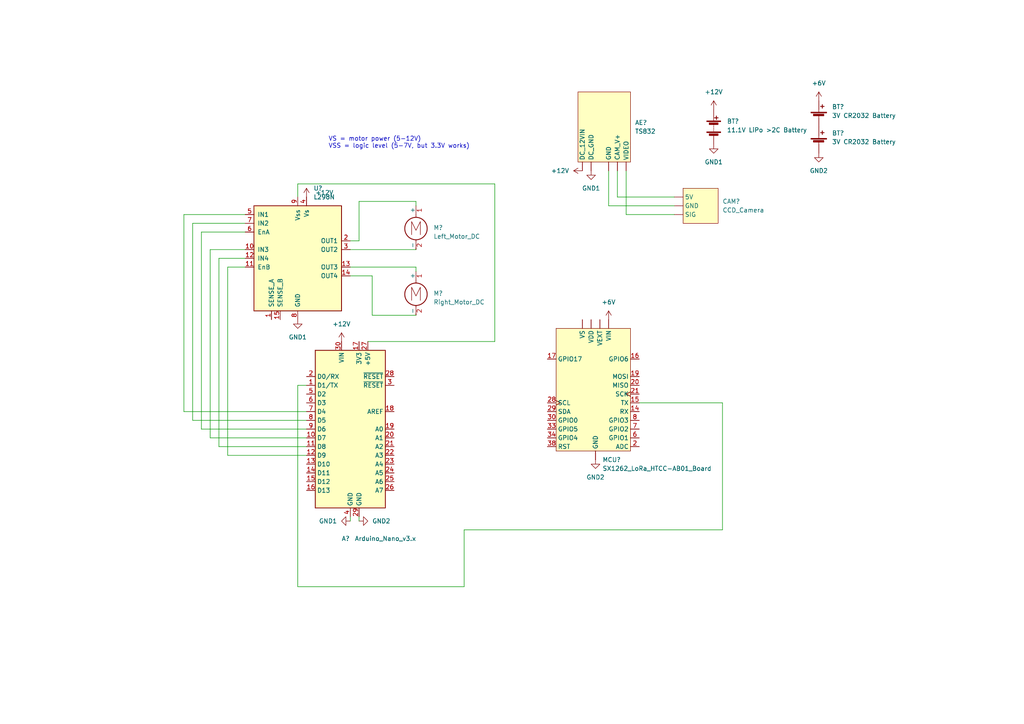
<source format=kicad_sch>
(kicad_sch (version 20211123) (generator eeschema)
  (paper "A4")
  (title_block (title "Blimp Schematic") (date "2023-07-17") (rev "0.1"))
  (lib_symbols
    (symbol "0_BlimpLib:CCD_Camera"
      (property "Reference" "CAM" (at 7.62 3.81 0))
      (property "Value" "CCD_Camera" (at 0 6.35 0))
      (symbol "CCD_Camera_0_1"
        (rectangle (start -5.08 5.08) (end 5.08 -5.08) (fill (type background)))
      )
      (symbol "CCD_Camera_1_1"
        (pin power_out line (at -2.54 -7.62 90) (length 2.54) (name "5V") (number ""))
        (pin power_in line (at 0 -7.62 90) (length 2.54) (name "GND") (number ""))
        (pin output line (at 2.54 -7.62 90) (length 2.54) (name "SIG") (number ""))
      )
    )
    (symbol "0_BlimpLib:SX1262_LoRa_HTCC-AB01_Board"
      (property "Reference" "MCU" (at -1.27 -2.54 0))
      (property "Value" "SX1262_LoRa_HTCC-AB01_Board" (at -1.27 41.91 0))
      (symbol "SX1262_LoRa_HTCC-AB01_Board_0_1"
        (rectangle (start -11.43 17.78) (end 10.16 -17.78) (fill (type background)))
      )
      (symbol "SX1262_LoRa_HTCC-AB01_Board_1_1"
        (pin power_in line (at 0 -20.32 90) (length 2.54) (name "GND") (number ""))
        (pin power_out line (at -1.27 20.32 270) (length 2.54) (name "VDD") (number ""))
        (pin unspecified line (at 1.27 20.32 270) (length 2.54) (name "VEXT") (number ""))
        (pin bidirectional line (at 3.81 20.32 270) (length 2.54) (name "VIN") (number ""))
        (pin power_in line (at -3.81 20.32 270) (length 2.54) (name "VS") (number ""))
        (pin input line (at 12.7 -6.35 180) (length 2.54) (name "RX") (number "14"))
        (pin output line (at 12.7 -3.81 180) (length 2.54) (name "TX") (number "15"))
        (pin bidirectional line (at 12.7 8.89 180) (length 2.54) (name "GPIO6") (number "16"))
        (pin bidirectional line (at -13.97 8.89 0) (length 2.54) (name "GPIO17") (number "17"))
        (pin output line (at 12.7 3.81 180) (length 2.54) (name "MOSI") (number "19"))
        (pin bidirectional line (at 12.7 -16.51 180) (length 2.54) (name "ADC") (number "2"))
        (pin input line (at 12.7 1.27 180) (length 2.54) (name "MISO") (number "20"))
        (pin output clock (at 12.7 -1.27 180) (length 2.54) (name "SCK") (number "21"))
        (pin output clock (at -13.97 -3.81 0) (length 2.54) (name "SCL") (number "28"))
        (pin bidirectional line (at -13.97 -6.35 0) (length 2.54) (name "SDA") (number "29"))
        (pin bidirectional line (at -13.97 -8.89 0) (length 2.54) (name "GPIO0") (number "30"))
        (pin bidirectional line (at -13.97 -11.43 0) (length 2.54) (name "GPIO5") (number "33"))
        (pin bidirectional line (at -13.97 -13.97 0) (length 2.54) (name "GPIO4") (number "34"))
        (pin open_collector line (at -13.97 -16.51 0) (length 2.54) (name "RST") (number "38"))
        (pin bidirectional line (at 12.7 -13.97 180) (length 2.54) (name "GPIO1") (number "6"))
        (pin bidirectional line (at 12.7 -11.43 180) (length 2.54) (name "GPIO2") (number "7"))
        (pin bidirectional line (at 12.7 -8.89 180) (length 2.54) (name "GPIO3") (number "8"))
      )
    )
    (symbol "0_BlimpLib:TS832"
      (property "Reference" "AE" (at 0 3.81 0))
      (property "Value" "TS832" (at 0 7.62 0))
      (symbol "TS832_0_1"
        (rectangle (start 7.62 10.16) (end -7.62 -10.16) (fill (type background)))
      )
      (symbol "TS832_1_1"
        (pin power_out line (at 3.81 -12.7 90) (length 2.54) (name "CAM_V+") (number ""))
        (pin power_in line (at -6.35 -12.7 90) (length 2.54) (name "DC_12VIN") (number ""))
        (pin power_out line (at -3.81 -12.7 90) (length 2.54) (name "DC_GND") (number ""))
        (pin power_in line (at 1.27 -12.7 90) (length 2.54) (name "GND") (number ""))
        (pin output line (at 6.35 -12.7 90) (length 2.54) (name "VIDEO") (number ""))
      )
    )
    (symbol "Device:Battery" (pin_numbers hide) (pin_names (offset 0) hide)
      (property "Reference" "BT" (at 2.54 2.54 0))
      (property "Value" "Battery" (at 2.54 0 0))
      (symbol "Battery_0_1"
        (rectangle (start -2.032 -1.397) (end 2.032 -1.651) (fill (type outline)))
        (rectangle (start -2.032 1.778) (end 2.032 1.524) (fill (type outline)))
        (rectangle (start -1.3208 -1.9812) (end 1.27 -2.4892) (fill (type outline)))
        (rectangle (start -1.3208 1.1938) (end 1.27 0.6858) (fill (type outline)))
        (polyline (pts (xy 0 -1.524) (xy 0 -1.27)))
        (polyline (pts (xy 0 -1.016) (xy 0 -0.762)))
        (polyline (pts (xy 0 -0.508) (xy 0 -0.254)))
        (polyline (pts (xy 0 0) (xy 0 0.254)))
        (polyline (pts (xy 0 0.508) (xy 0 0.762)))
        (polyline (pts (xy 0 1.778) (xy 0 2.54)))
        (polyline (pts (xy 0.254 2.667) (xy 1.27 2.667)) (stroke (width 0.254)))
        (polyline (pts (xy 0.762 3.175) (xy 0.762 2.159)) (stroke (width 0.254)))
      )
      (symbol "Battery_1_1"
        (pin passive line (at 0 5.08 270) (length 2.54) (name "+") (number "1"))
        (pin passive line (at 0 -5.08 90) (length 2.54) (name "-") (number "2"))
      )
    )
    (symbol "Device:Battery_Cell" (pin_numbers hide) (pin_names (offset 0) hide)
      (property "Reference" "BT" (at 2.54 2.54 0))
      (property "Value" "Battery_Cell" (at 2.54 0 0))
      (symbol "Battery_Cell_0_1"
        (rectangle (start -2.286 1.778) (end 2.286 1.524) (fill (type outline)))
        (rectangle (start -1.5748 1.1938) (end 1.4732 0.6858) (fill (type outline)))
        (polyline (pts (xy 0 0.762) (xy 0 0)))
        (polyline (pts (xy 0 1.778) (xy 0 2.54)))
        (polyline (pts (xy 0.508 3.429) (xy 1.524 3.429)) (stroke (width 0.254)))
        (polyline (pts (xy 1.016 3.937) (xy 1.016 2.921)) (stroke (width 0.254)))
      )
      (symbol "Battery_Cell_1_1"
        (pin passive line (at 0 5.08 270) (length 2.54) (name "+") (number "1"))
        (pin passive line (at 0 -2.54 90) (length 2.54) (name "-") (number "2"))
      )
    )
    (symbol "Driver_Motor:L298N" (pin_names (offset 1.016))
      (property "Reference" "U" (at -10.16 16.51 0))
      (property "Value" "L298N" (at 12.7 16.51 0))
      (symbol "L298N_0_1"
        (rectangle (start -12.7 15.24) (end 12.7 -15.24) (stroke (width 0.254)) (fill (type background)))
      )
      (symbol "L298N_1_1"
        (pin power_in line (at -7.62 -17.78 90) (length 2.54) (name "SENSE_A") (number "1"))
        (pin input line (at -15.24 2.54 0) (length 2.54) (name "IN3") (number "10"))
        (pin input line (at -15.24 -2.54 0) (length 2.54) (name "EnB") (number "11"))
        (pin input line (at -15.24 0 0) (length 2.54) (name "IN4") (number "12"))
        (pin output line (at 15.24 -2.54 180) (length 2.54) (name "OUT3") (number "13"))
        (pin output line (at 15.24 -5.08 180) (length 2.54) (name "OUT4") (number "14"))
        (pin power_in line (at -5.08 -17.78 90) (length 2.54) (name "SENSE_B") (number "15"))
        (pin output line (at 15.24 5.08 180) (length 2.54) (name "OUT1") (number "2"))
        (pin output line (at 15.24 2.54 180) (length 2.54) (name "OUT2") (number "3"))
        (pin power_in line (at 2.54 17.78 270) (length 2.54) (name "Vs") (number "4"))
        (pin input line (at -15.24 12.7 0) (length 2.54) (name "IN1") (number "5"))
        (pin input line (at -15.24 7.62 0) (length 2.54) (name "EnA") (number "6"))
        (pin input line (at -15.24 10.16 0) (length 2.54) (name "IN2") (number "7"))
        (pin power_in line (at 0 -17.78 90) (length 2.54) (name "GND") (number "8"))
        (pin power_in line (at 0 17.78 270) (length 2.54) (name "Vss") (number "9"))
      )
    )
    (symbol "MCU_Module:Arduino_Nano_v3.x"
      (property "Reference" "A" (at -10.16 23.495 0))
      (property "Value" "Arduino_Nano_v3.x" (at 5.08 -24.13 0))
      (symbol "Arduino_Nano_v3.x_0_1"
        (rectangle (start -10.16 22.86) (end 10.16 -22.86) (stroke (width 0.254)) (fill (type background)))
      )
      (symbol "Arduino_Nano_v3.x_1_1"
        (pin bidirectional line (at -12.7 12.7 0) (length 2.54) (name "D1/TX") (number "1"))
        (pin bidirectional line (at -12.7 -2.54 0) (length 2.54) (name "D7") (number "10"))
        (pin bidirectional line (at -12.7 -5.08 0) (length 2.54) (name "D8") (number "11"))
        (pin bidirectional line (at -12.7 -7.62 0) (length 2.54) (name "D9") (number "12"))
        (pin bidirectional line (at -12.7 -10.16 0) (length 2.54) (name "D10") (number "13"))
        (pin bidirectional line (at -12.7 -12.7 0) (length 2.54) (name "D11") (number "14"))
        (pin bidirectional line (at -12.7 -15.24 0) (length 2.54) (name "D12") (number "15"))
        (pin bidirectional line (at -12.7 -17.78 0) (length 2.54) (name "D13") (number "16"))
        (pin power_out line (at 2.54 25.4 270) (length 2.54) (name "3V3") (number "17"))
        (pin input line (at 12.7 5.08 180) (length 2.54) (name "AREF") (number "18"))
        (pin bidirectional line (at 12.7 0 180) (length 2.54) (name "A0") (number "19"))
        (pin bidirectional line (at -12.7 15.24 0) (length 2.54) (name "D0/RX") (number "2"))
        (pin bidirectional line (at 12.7 -2.54 180) (length 2.54) (name "A1") (number "20"))
        (pin bidirectional line (at 12.7 -5.08 180) (length 2.54) (name "A2") (number "21"))
        (pin bidirectional line (at 12.7 -7.62 180) (length 2.54) (name "A3") (number "22"))
        (pin bidirectional line (at 12.7 -10.16 180) (length 2.54) (name "A4") (number "23"))
        (pin bidirectional line (at 12.7 -12.7 180) (length 2.54) (name "A5") (number "24"))
        (pin bidirectional line (at 12.7 -15.24 180) (length 2.54) (name "A6") (number "25"))
        (pin bidirectional line (at 12.7 -17.78 180) (length 2.54) (name "A7") (number "26"))
        (pin power_out line (at 5.08 25.4 270) (length 2.54) (name "+5V") (number "27"))
        (pin input line (at 12.7 15.24 180) (length 2.54) (name "~{RESET}") (number "28"))
        (pin power_in line (at 2.54 -25.4 90) (length 2.54) (name "GND") (number "29"))
        (pin input line (at 12.7 12.7 180) (length 2.54) (name "~{RESET}") (number "3"))
        (pin power_in line (at -2.54 25.4 270) (length 2.54) (name "VIN") (number "30"))
        (pin power_in line (at 0 -25.4 90) (length 2.54) (name "GND") (number "4"))
        (pin bidirectional line (at -12.7 10.16 0) (length 2.54) (name "D2") (number "5"))
        (pin bidirectional line (at -12.7 7.62 0) (length 2.54) (name "D3") (number "6"))
        (pin bidirectional line (at -12.7 5.08 0) (length 2.54) (name "D4") (number "7"))
        (pin bidirectional line (at -12.7 2.54 0) (length 2.54) (name "D5") (number "8"))
        (pin bidirectional line (at -12.7 0 0) (length 2.54) (name "D6") (number "9"))
      )
    )
    (symbol "Motor:Motor_DC" (pin_names (offset 0))
      (property "Reference" "M" (at 2.54 2.54 0))
      (property "Value" "Motor_DC" (at 2.54 -5.08 0))
      (symbol "Motor_DC_0_0"
        (polyline (pts (xy -1.27 -3.302) (xy -1.27 0.508) (xy 0 -2.032) (xy 1.27 0.508) (xy 1.27 -3.302)))
      )
      (symbol "Motor_DC_0_1"
        (circle (center 0 -1.524) (radius 3.2512) (stroke (width 0.254)))
        (polyline (pts (xy 0 -7.62) (xy 0 -7.112)))
        (polyline (pts (xy 0 -4.7752) (xy 0 -5.1816)))
        (polyline (pts (xy 0 1.7272) (xy 0 2.0828)))
        (polyline (pts (xy 0 2.032) (xy 0 2.54)))
      )
      (symbol "Motor_DC_1_1"
        (pin passive line (at 0 5.08 270) (length 2.54) (name "+") (number "1"))
        (pin passive line (at 0 -7.62 90) (length 2.54) (name "-") (number "2"))
      )
    )
    (symbol "power:+12V" (power) (pin_names (offset 0))
      (property "Value" "+12V" (at 0 3.556 0))
      (symbol "+12V_0_1"
        (polyline (pts (xy -0.762 1.27) (xy 0 2.54)))
        (polyline (pts (xy 0 0) (xy 0 2.54)))
        (polyline (pts (xy 0 2.54) (xy 0.762 1.27)))
      )
      (symbol "+12V_1_1"
        (pin power_in line (at 0 0 90) (length 0) hide (name "+12V") (number "1"))
      )
    )
    (symbol "power:+6V" (power) (pin_names (offset 0))
      (property "Value" "+6V" (at 0 3.556 0))
      (symbol "+6V_0_1"
        (polyline (pts (xy -0.762 1.27) (xy 0 2.54)))
        (polyline (pts (xy 0 0) (xy 0 2.54)))
        (polyline (pts (xy 0 2.54) (xy 0.762 1.27)))
      )
      (symbol "+6V_1_1"
        (pin power_in line (at 0 0 90) (length 0) hide (name "+6V") (number "1"))
      )
    )
    (symbol "power:GND1" (power) (pin_names (offset 0))
      (property "Value" "GND1" (at 0 -3.81 0))
      (symbol "GND1_0_1"
        (polyline (pts (xy 0 0) (xy 0 -1.27) (xy 1.27 -1.27) (xy 0 -2.54) (xy -1.27 -1.27) (xy 0 -1.27)))
      )
      (symbol "GND1_1_1"
        (pin power_in line (at 0 0 270) (length 0) hide (name "GND1") (number "1"))
      )
    )
    (symbol "power:GND2" (power) (pin_names (offset 0))
      (property "Value" "GND2" (at 0 -3.81 0))
      (symbol "GND2_0_1"
        (polyline (pts (xy 0 0) (xy 0 -1.27) (xy 1.27 -1.27) (xy 0 -2.54) (xy -1.27 -1.27) (xy 0 -1.27)))
      )
      (symbol "GND2_1_1"
        (pin power_in line (at 0 0 270) (length 0) hide (name "GND2") (number "1"))
      )
    )
  )
  (wire (pts (xy 66.04 77.47) (xy 71.12 77.47)))
  (wire (pts (xy 63.5 74.93) (xy 63.5 129.54)))
  (wire (pts (xy 107.95 80.01) (xy 101.6 80.01)))
  (wire (pts (xy 86.36 170.18) (xy 86.36 111.76)))
  (wire (pts (xy 66.04 132.08) (xy 88.9 132.08)))
  (wire (pts (xy 58.42 124.46) (xy 88.9 124.46)))
  (wire (pts (xy 195.58 59.69) (xy 176.53 59.69)))
  (wire (pts (xy 176.53 59.69) (xy 176.53 49.53)))
  (wire (pts (xy 58.42 67.31) (xy 58.42 124.46)))
  (wire (pts (xy 60.96 72.39) (xy 60.96 127)))
  (wire (pts (xy 181.61 62.23) (xy 195.58 62.23)))
  (wire (pts (xy 120.65 58.42) (xy 104.14 58.42)))
  (wire (pts (xy 55.88 64.77) (xy 71.12 64.77)))
  (wire (pts (xy 63.5 129.54) (xy 88.9 129.54)))
  (wire (pts (xy 101.6 151.13) (xy 101.6 149.86)))
  (wire (pts (xy 143.51 99.06) (xy 106.68 99.06)))
  (wire (pts (xy 71.12 62.23) (xy 53.34 62.23)))
  (wire (pts (xy 209.55 116.84) (xy 209.55 153.67)))
  (wire (pts (xy 71.12 72.39) (xy 60.96 72.39)))
  (wire (pts (xy 120.65 78.74) (xy 120.65 77.47)))
  (wire (pts (xy 60.96 127) (xy 88.9 127)))
  (wire (pts (xy 179.07 49.53) (xy 179.07 57.15)))
  (wire (pts (xy 71.12 74.93) (xy 63.5 74.93)))
  (wire (pts (xy 143.51 53.34) (xy 143.51 99.06)))
  (wire (pts (xy 179.07 57.15) (xy 195.58 57.15)))
  (wire (pts (xy 86.36 57.15) (xy 86.36 53.34)))
  (wire (pts (xy 104.14 69.85) (xy 101.6 69.85)))
  (wire (pts (xy 66.04 77.47) (xy 66.04 132.08)))
  (wire (pts (xy 86.36 111.76) (xy 88.9 111.76)))
  (wire (pts (xy 104.14 58.42) (xy 104.14 69.85)))
  (wire (pts (xy 53.34 62.23) (xy 53.34 119.38)))
  (wire (pts (xy 55.88 121.92) (xy 88.9 121.92)))
  (wire (pts (xy 53.34 119.38) (xy 88.9 119.38)))
  (wire (pts (xy 104.14 149.86) (xy 104.14 151.13)))
  (wire (pts (xy 101.6 77.47) (xy 120.65 77.47)))
  (wire (pts (xy 181.61 49.53) (xy 181.61 62.23)))
  (wire (pts (xy 134.62 170.18) (xy 86.36 170.18)))
  (wire (pts (xy 71.12 67.31) (xy 58.42 67.31)))
  (wire (pts (xy 55.88 64.77) (xy 55.88 121.92)))
  (wire (pts (xy 185.42 116.84) (xy 209.55 116.84)))
  (wire (pts (xy 86.36 53.34) (xy 143.51 53.34)))
  (wire (pts (xy 120.65 91.44) (xy 107.95 91.44)))
  (wire (pts (xy 120.65 59.69) (xy 120.65 58.42)))
  (wire (pts (xy 134.62 153.67) (xy 134.62 170.18)))
  (wire (pts (xy 101.6 72.39) (xy 120.65 72.39)))
  (wire (pts (xy 107.95 91.44) (xy 107.95 80.01)))
  (wire (pts (xy 209.55 153.67) (xy 134.62 153.67)))
  (text "VS = motor power (5-12V)\nVSS = logic level (5-7V, but 3.3V works)\n" (at 95.25 43.18 0) (effects (font (size 1.27 1.27)) (justify left bottom)))
  (symbol (lib_id "MCU_Module:Arduino_Nano_v3.x") (at 101.6 124.46 0) (unit 1)
    (property "Reference" "A?" (at 99.06 156.21 0) (effects (justify left)))
    (property "Value" "Arduino_Nano_v3.x" (at 102.87 156.21 0) (effects (justify left)))
    (property "Footprint" "Module:Arduino_Nano" (effects hide))
    (property "Datasheet" "http://www.mouser.com/pdfdocs/Gravitech_Arduino_Nano3_0.pdf" (effects hide))
  )
  (symbol (lib_id "0_BlimpLib:TS832") (at 175.26 36.83 0) (unit 1)
    (property "Reference" "AE?" (at 184.15 35.5599 0) (effects (justify left)))
    (property "Value" "TS832" (at 184.15 38.0999 0) (effects (justify left)))
  )
  (symbol (lib_id "power:GND1") (at 171.45 49.53 0) (unit 1)
    (property "Reference" "#PWR?" (effects hide))
    (property "Value" "GND1" (at 171.45 54.61 0))
  )
  (symbol (lib_id "power:+12V") (at 168.91 49.53 90) (unit 1)
    (property "Reference" "#PWR?" (effects hide))
    (property "Value" "+12V" (at 165.1 49.5299 90) (effects (justify left)))
  )
  (symbol (lib_id "power:+12V") (at 207.01 31.75 0) (unit 1)
    (property "Reference" "#PWR?" (effects hide))
    (property "Value" "+12V" (at 207.01 26.67 0))
  )
  (symbol (lib_id "power:GND2") (at 237.49 44.45 0) (unit 1)
    (property "Reference" "#PWR?" (effects hide))
    (property "Value" "GND2" (at 237.49 49.53 0))
  )
  (symbol (lib_id "0_BlimpLib:SX1262_LoRa_HTCC-AB01_Board") (at 172.72 113.03 0) (unit 1)
    (property "Reference" "MCU?" (at 174.7394 133.35 0) (effects (justify left)))
    (property "Value" "SX1262_LoRa_HTCC-AB01_Board" (at 174.7394 135.89 0) (effects (justify left)))
  )
  (symbol (lib_id "Device:Battery_Cell") (at 237.49 41.91 0) (unit 1)
    (property "Reference" "BT?" (at 241.3 38.6079 0) (effects (justify left)))
    (property "Value" "3V CR2032 Battery" (at 241.3 41.1479 0) (effects (justify left)))
  )
  (symbol (lib_id "power:GND1") (at 101.6 151.13 270) (unit 1)
    (property "Reference" "#PWR?" (effects hide))
    (property "Value" "GND1" (at 97.79 151.1299 90) (effects (justify right)))
  )
  (symbol (lib_id "power:GND2") (at 104.14 151.13 90) (unit 1)
    (property "Reference" "#PWR?" (effects hide))
    (property "Value" "GND2" (at 107.95 151.1299 90) (effects (justify right)))
  )
  (symbol (lib_id "Device:Battery") (at 207.01 36.83 0) (unit 1)
    (property "Reference" "BT?" (at 210.82 35.1789 0) (effects (justify left)))
    (property "Value" "11.1V LiPo >2C Battery" (at 210.82 37.7189 0) (effects (justify left)))
  )
  (symbol (lib_id "Driver_Motor:L298N") (at 86.36 74.93 0) (unit 1)
    (property "Reference" "U?" (at 90.9194 54.61 0) (effects (justify left)))
    (property "Value" "L298N" (at 90.9194 57.15 0) (effects (justify left)))
    (property "Footprint" "Package_TO_SOT_THT:TO-220-15_P2.54x2.54mm_StaggerOdd_Lead4.58mm_Vertical" (effects hide))
    (property "Datasheet" "http://www.st.com/st-web-ui/static/active/en/resource/technical/document/datasheet/CD00000240.pdf" (effects hide))
  )
  (symbol (lib_id "power:+12V") (at 99.06 99.06 0) (unit 1)
    (property "Reference" "#PWR?" (effects hide))
    (property "Value" "+12V" (at 99.06 93.98 0))
  )
  (symbol (lib_id "0_BlimpLib:CCD_Camera") (at 203.2 59.69 270) (unit 1)
    (property "Reference" "CAM?" (at 209.55 58.4199 90) (effects (justify left)))
    (property "Value" "CCD_Camera" (at 209.55 60.9599 90) (effects (justify left)))
  )
  (symbol (lib_id "power:+6V") (at 176.53 92.71 0) (unit 1)
    (property "Reference" "#PWR?" (effects hide))
    (property "Value" "+6V" (at 176.53 87.63 0))
  )
  (symbol (lib_id "power:+12V") (at 88.9 57.15 0) (unit 1)
    (property "Reference" "#PWR?" (effects hide))
    (property "Value" "+12V" (at 91.44 55.8799 0) (effects (justify left)))
  )
  (symbol (lib_id "Motor:Motor_DC") (at 120.65 64.77 0) (unit 1)
    (property "Reference" "M?" (at 125.73 66.0399 0) (effects (justify left)))
    (property "Value" "Left_Motor_DC" (at 125.73 68.5799 0) (effects (justify left)))
  )
  (symbol (lib_id "power:+6V") (at 237.49 29.21 0) (unit 1)
    (property "Reference" "#PWR?" (effects hide))
    (property "Value" "+6V" (at 237.49 24.13 0))
  )
  (symbol (lib_id "power:GND1") (at 207.01 41.91 0) (unit 1)
    (property "Reference" "#PWR?" (effects hide))
    (property "Value" "GND1" (at 207.01 46.99 0))
  )
  (symbol (lib_id "Motor:Motor_DC") (at 120.65 83.82 0) (unit 1)
    (property "Reference" "M?" (at 125.73 85.0899 0) (effects (justify left)))
    (property "Value" "Right_Motor_DC" (at 125.73 87.6299 0) (effects (justify left)))
  )
  (symbol (lib_id "power:GND1") (at 86.36 92.71 0) (unit 1)
    (property "Reference" "#PWR?" (effects hide))
    (property "Value" "GND1" (at 86.36 97.79 0))
  )
  (symbol (lib_id "power:GND2") (at 172.72 133.35 0) (unit 1)
    (property "Reference" "#PWR?" (effects hide))
    (property "Value" "GND2" (at 172.72 138.43 0))
  )
  (symbol (lib_id "Device:Battery_Cell") (at 237.49 34.29 0) (unit 1)
    (property "Reference" "BT?" (at 241.3 30.9879 0) (effects (justify left)))
    (property "Value" "3V CR2032 Battery" (at 241.3 33.5279 0) (effects (justify left)))
  )
)
</source>
